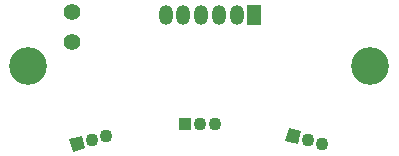
<source format=gbr>
G04 #@! TF.FileFunction,Soldermask,Bot*
%FSLAX46Y46*%
G04 Gerber Fmt 4.6, Leading zero omitted, Abs format (unit mm)*
G04 Created by KiCad (PCBNEW (2015-01-16 BZR 5376)-product) date 09.04.2015 11:54:56*
%MOMM*%
G01*
G04 APERTURE LIST*
%ADD10C,0.100000*%
%ADD11R,1.198880X1.699260*%
%ADD12O,1.198880X1.699260*%
%ADD13C,1.397000*%
%ADD14C,1.100000*%
%ADD15R,1.100000X1.100000*%
%ADD16C,3.200000*%
G04 APERTURE END LIST*
D10*
D11*
X157683800Y-113030000D03*
D12*
X154680000Y-113030000D03*
X156180000Y-113030000D03*
X153180000Y-113030000D03*
X151680000Y-113030000D03*
X150180000Y-113030000D03*
D13*
X142240000Y-112776000D03*
X142240000Y-115316000D03*
D10*
G36*
X161366583Y-123941310D02*
X160304064Y-123656609D01*
X160588765Y-122594090D01*
X161651284Y-122878791D01*
X161366583Y-123941310D01*
X161366583Y-123941310D01*
G37*
D14*
X162204400Y-123596400D03*
X163431126Y-123925100D03*
D15*
X151790400Y-122224800D03*
D14*
X153060400Y-122224800D03*
X154330400Y-122224800D03*
D10*
G36*
X143363284Y-124314009D02*
X142300765Y-124598710D01*
X142016064Y-123536191D01*
X143078583Y-123251490D01*
X143363284Y-124314009D01*
X143363284Y-124314009D01*
G37*
D14*
X143916400Y-123596400D03*
X145143126Y-123267700D03*
D16*
X167513000Y-117348000D03*
X138557000Y-117348000D03*
M02*

</source>
